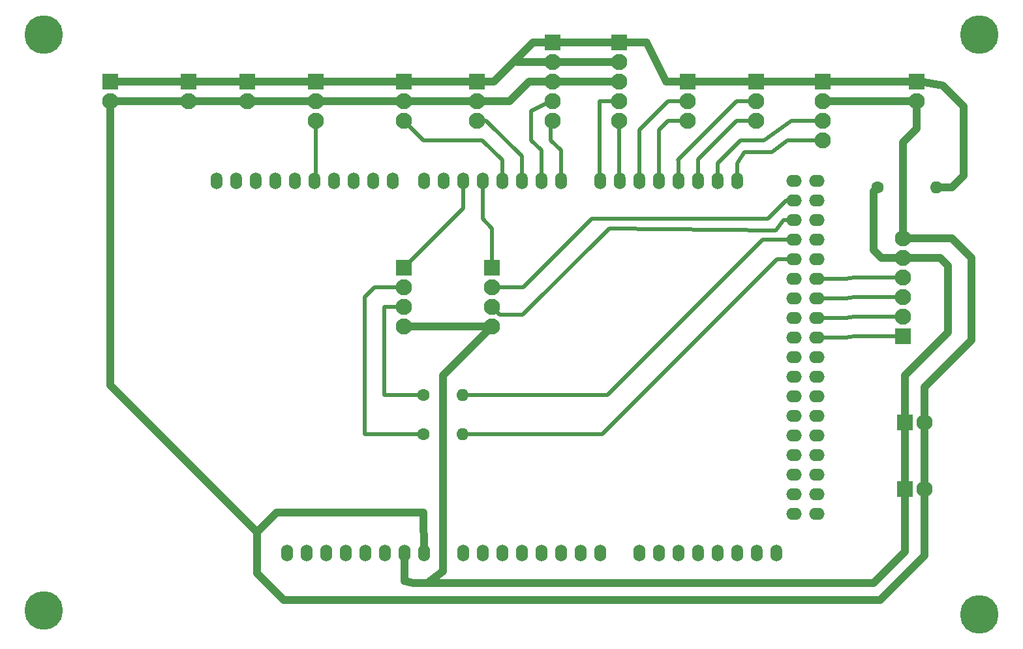
<source format=gbl>
G04 #@! TF.GenerationSoftware,KiCad,Pcbnew,(5.1.6)-1*
G04 #@! TF.CreationDate,2020-09-10T09:03:44+05:30*
G04 #@! TF.ProjectId,PCB board,50434220-626f-4617-9264-2e6b69636164,rev?*
G04 #@! TF.SameCoordinates,Original*
G04 #@! TF.FileFunction,Copper,L2,Bot*
G04 #@! TF.FilePolarity,Positive*
%FSLAX46Y46*%
G04 Gerber Fmt 4.6, Leading zero omitted, Abs format (unit mm)*
G04 Created by KiCad (PCBNEW (5.1.6)-1) date 2020-09-10 09:03:44*
%MOMM*%
%LPD*%
G01*
G04 APERTURE LIST*
G04 #@! TA.AperFunction,ComponentPad*
%ADD10C,5.000000*%
G04 #@! TD*
G04 #@! TA.AperFunction,ComponentPad*
%ADD11O,1.600000X1.600000*%
G04 #@! TD*
G04 #@! TA.AperFunction,ComponentPad*
%ADD12C,1.600000*%
G04 #@! TD*
G04 #@! TA.AperFunction,ComponentPad*
%ADD13R,2.100000X2.100000*%
G04 #@! TD*
G04 #@! TA.AperFunction,ComponentPad*
%ADD14C,2.100000*%
G04 #@! TD*
G04 #@! TA.AperFunction,ComponentPad*
%ADD15O,1.524000X2.197100*%
G04 #@! TD*
G04 #@! TA.AperFunction,ComponentPad*
%ADD16O,1.998980X1.539240*%
G04 #@! TD*
G04 #@! TA.AperFunction,ComponentPad*
%ADD17O,1.998980X1.536700*%
G04 #@! TD*
G04 #@! TA.AperFunction,ComponentPad*
%ADD18O,1.524000X2.199640*%
G04 #@! TD*
G04 #@! TA.AperFunction,Conductor*
%ADD19C,1.000000*%
G04 #@! TD*
G04 #@! TA.AperFunction,Conductor*
%ADD20C,0.500000*%
G04 #@! TD*
G04 APERTURE END LIST*
D10*
X92964000Y-52324000D03*
X92964000Y-127000000D03*
X214376000Y-127508000D03*
X214376000Y-52324000D03*
D11*
X208788000Y-72136000D03*
D12*
X201168000Y-72136000D03*
D13*
X204724000Y-102616000D03*
D14*
X207264000Y-102616000D03*
X207264000Y-111252000D03*
D13*
X204724000Y-111252000D03*
D15*
X115376001Y-71310501D03*
X117916001Y-71310501D03*
X120456001Y-71310501D03*
X122996001Y-71310501D03*
X125536001Y-71310501D03*
X128076001Y-71310501D03*
X130616001Y-71310501D03*
X133156001Y-71310501D03*
X135696001Y-71310501D03*
X138236001Y-71310501D03*
X142300001Y-71310501D03*
X144840001Y-71310501D03*
X147380001Y-71310501D03*
X149920001Y-71310501D03*
X152460001Y-71310501D03*
X155000001Y-71310501D03*
X157540001Y-71310501D03*
X160080001Y-71310501D03*
X165160001Y-71310501D03*
X167700001Y-71310501D03*
X170240001Y-71310501D03*
X172780001Y-71310501D03*
X175320001Y-71310501D03*
X177860001Y-71310501D03*
X180400001Y-71310501D03*
X182940001Y-71310501D03*
D16*
X190311081Y-86550501D03*
X190311081Y-89090501D03*
X190311081Y-91630501D03*
X190311081Y-94170501D03*
X190311081Y-96710501D03*
X190311081Y-99250501D03*
X190311081Y-101790501D03*
X190311081Y-104330501D03*
D17*
X193346381Y-111950501D03*
X193346381Y-114490501D03*
D16*
X190311081Y-71310501D03*
X190311081Y-73850501D03*
X190311081Y-76390501D03*
X190311081Y-78930501D03*
X190311081Y-81470501D03*
X190311081Y-84010501D03*
D17*
X193346381Y-91630501D03*
X193346381Y-94170501D03*
X193346381Y-96710501D03*
X193346381Y-99250501D03*
X193346381Y-101790501D03*
X193346381Y-104330501D03*
X193346381Y-106870501D03*
X193346381Y-109410501D03*
D15*
X185480001Y-119570501D03*
X182940001Y-119570501D03*
X180400001Y-119570501D03*
X177860001Y-119570501D03*
D18*
X175320001Y-119570501D03*
X172780001Y-119570501D03*
X170240001Y-119570501D03*
X165160001Y-119570501D03*
X129600001Y-119570501D03*
X127060001Y-119570501D03*
X124520001Y-119570501D03*
X139760001Y-119570501D03*
X137220001Y-119570501D03*
X134680001Y-119570501D03*
X132140001Y-119570501D03*
X162620001Y-119570501D03*
X160080001Y-119570501D03*
X157540001Y-119570501D03*
X155000001Y-119570501D03*
X152460001Y-119570501D03*
X149920001Y-119570501D03*
X147380001Y-119570501D03*
X142300001Y-119570501D03*
D17*
X193346381Y-71310501D03*
X193346381Y-73850501D03*
X193346381Y-76390501D03*
X193346381Y-78930501D03*
X193346381Y-81470501D03*
X193346381Y-84010501D03*
X193346381Y-86550501D03*
X193346381Y-89090501D03*
D16*
X190311081Y-106870501D03*
X190311081Y-109410501D03*
X190311081Y-111950501D03*
X190311081Y-114490501D03*
D15*
X188020001Y-119570501D03*
D11*
X147320000Y-104140000D03*
D12*
X142240000Y-104140000D03*
D11*
X147320000Y-99060000D03*
D12*
X142240000Y-99060000D03*
D13*
X176530000Y-58420000D03*
D14*
X176530000Y-60960000D03*
X176530000Y-63500000D03*
X149225000Y-63500000D03*
X149225000Y-60960000D03*
D13*
X149225000Y-58420000D03*
D14*
X139700000Y-63500000D03*
X139700000Y-60960000D03*
D13*
X139700000Y-58420000D03*
X101600000Y-58420000D03*
D14*
X101600000Y-60960000D03*
X128270000Y-63500000D03*
X128270000Y-60960000D03*
D13*
X128270000Y-58420000D03*
X111760000Y-58420000D03*
D14*
X111760000Y-60960000D03*
D13*
X119380000Y-58420000D03*
D14*
X119380000Y-60960000D03*
X151130000Y-90170000D03*
X151130000Y-87630000D03*
X151130000Y-85090000D03*
D13*
X151130000Y-82550000D03*
X139700000Y-82550000D03*
D14*
X139700000Y-85090000D03*
X139700000Y-87630000D03*
X139700000Y-90170000D03*
D13*
X204470000Y-91440000D03*
D14*
X204470000Y-88900000D03*
X204470000Y-86360000D03*
X204470000Y-83820000D03*
X204470000Y-81280000D03*
X204470000Y-78740000D03*
D13*
X185420000Y-58420000D03*
D14*
X185420000Y-60960000D03*
X185420000Y-63500000D03*
D13*
X194056000Y-58420000D03*
D14*
X194056000Y-60960000D03*
X194056000Y-63500000D03*
X194056000Y-66040000D03*
D13*
X206248000Y-58420000D03*
D14*
X206248000Y-60960000D03*
D13*
X159004000Y-53340000D03*
D14*
X159004000Y-55880000D03*
X159004000Y-58420000D03*
X159004000Y-60960000D03*
X159004000Y-63500000D03*
D13*
X167640000Y-53340000D03*
D14*
X167640000Y-55880000D03*
X167640000Y-58420000D03*
X167640000Y-60960000D03*
X167640000Y-63500000D03*
D19*
X209608002Y-58928000D02*
X206756000Y-58420000D01*
X212344000Y-61663998D02*
X209608002Y-58928000D01*
X212344000Y-70612000D02*
X212344000Y-61663998D01*
X208788000Y-72136000D02*
X210820000Y-72136000D01*
X210820000Y-72136000D02*
X212344000Y-70612000D01*
X101600000Y-58420000D02*
X111760000Y-58420000D01*
X111760000Y-58420000D02*
X128270000Y-58420000D01*
X151130000Y-90170000D02*
X139700000Y-90170000D01*
X176530000Y-58420000D02*
X185420000Y-58420000D01*
X139700000Y-58420000D02*
X128270000Y-58420000D01*
X139700000Y-58420000D02*
X149225000Y-58420000D01*
X149225000Y-58420000D02*
X151384000Y-58420000D01*
X156464000Y-53340000D02*
X159004000Y-53340000D01*
X154432000Y-55880000D02*
X154178000Y-55626000D01*
X151384000Y-58420000D02*
X154178000Y-55626000D01*
X159004000Y-55880000D02*
X154432000Y-55880000D01*
X154178000Y-55626000D02*
X156464000Y-53340000D01*
X173736000Y-58420000D02*
X176530000Y-58420000D01*
X159004000Y-53340000D02*
X171196000Y-53340000D01*
X171196000Y-53340000D02*
X173736000Y-58420000D01*
X159004000Y-55880000D02*
X167640000Y-55880000D01*
X139760001Y-123250001D02*
X139760001Y-119570501D01*
X144780000Y-96520000D02*
X144780000Y-121920000D01*
X151130000Y-90170000D02*
X144780000Y-96520000D01*
X144780000Y-121920000D02*
X142748000Y-123444000D01*
X142748000Y-123444000D02*
X140970000Y-123444000D01*
X140970000Y-123444000D02*
X139760001Y-123250001D01*
X204470000Y-81280000D02*
X209296000Y-81280000D01*
X209296000Y-81280000D02*
X210312000Y-82296000D01*
X210312000Y-82296000D02*
X210312000Y-90932000D01*
X204724000Y-96520000D02*
X204724000Y-102616000D01*
X210312000Y-90932000D02*
X204724000Y-96520000D01*
X204724000Y-102616000D02*
X204724000Y-111252000D01*
X204724000Y-111252000D02*
X204724000Y-119380000D01*
X200660000Y-123444000D02*
X142748000Y-123444000D01*
X204724000Y-119380000D02*
X200660000Y-123444000D01*
X204470000Y-81280000D02*
X201676000Y-81280000D01*
X201676000Y-81280000D02*
X200660000Y-80264000D01*
X200660000Y-80264000D02*
X200660000Y-72644000D01*
X185420000Y-58420000D02*
X194056000Y-58420000D01*
X205436233Y-58420000D02*
X205558963Y-58297270D01*
X194056000Y-58420000D02*
X205436233Y-58420000D01*
X101600000Y-60960000D02*
X111760000Y-60960000D01*
X111760000Y-60960000D02*
X128270000Y-60960000D01*
X120650000Y-116840000D02*
X123190000Y-114300000D01*
X123190000Y-114300000D02*
X142240000Y-114300000D01*
X142240000Y-114300000D02*
X142300001Y-119570501D01*
X101600000Y-97790000D02*
X120650000Y-116840000D01*
X101600000Y-60960000D02*
X101600000Y-97790000D01*
X139700000Y-60960000D02*
X128270000Y-60960000D01*
X139700000Y-60960000D02*
X149225000Y-60960000D01*
X210820000Y-78740000D02*
X204470000Y-78740000D01*
X213360000Y-81280000D02*
X210820000Y-78740000D01*
X149225000Y-60960000D02*
X153416000Y-60960000D01*
X155956000Y-58420000D02*
X159004000Y-58420000D01*
X153416000Y-60960000D02*
X155956000Y-58420000D01*
X159004000Y-58420000D02*
X167640000Y-58420000D01*
X213360000Y-81280000D02*
X213360000Y-91948000D01*
X207264000Y-98044000D02*
X207264000Y-102616000D01*
X213360000Y-91948000D02*
X207264000Y-98044000D01*
X207264000Y-102616000D02*
X207264000Y-111252000D01*
X120650000Y-122174000D02*
X120650000Y-116840000D01*
X124136010Y-125660010D02*
X120650000Y-122174000D01*
X201491990Y-125660010D02*
X124136010Y-125660010D01*
X207264000Y-111252000D02*
X207264000Y-119888000D01*
X207264000Y-119888000D02*
X201491990Y-125660010D01*
X204470000Y-78740000D02*
X204470000Y-66294000D01*
X206248000Y-64516000D02*
X206248000Y-60960000D01*
X204470000Y-66294000D02*
X206248000Y-64516000D01*
X206248000Y-60960000D02*
X194056000Y-60960000D01*
D20*
X128270000Y-71116502D02*
X128076001Y-71310501D01*
X128270000Y-63500000D02*
X128270000Y-71116502D01*
X157249999Y-71020499D02*
X157540001Y-71310501D01*
X157540001Y-67370001D02*
X157540001Y-71310501D01*
X158750000Y-60960000D02*
X156210000Y-62230000D01*
X156210000Y-66040000D02*
X157540001Y-67370001D01*
X156210000Y-62230000D02*
X156210000Y-66040000D01*
X176530000Y-60960000D02*
X173990000Y-60960000D01*
X170240001Y-64709999D02*
X170240001Y-71310501D01*
X173990000Y-60960000D02*
X170240001Y-64709999D01*
X165100000Y-69807941D02*
X165160001Y-71310501D01*
X167640000Y-60960000D02*
X165100000Y-60960000D01*
X165100000Y-60960000D02*
X165100000Y-69807941D01*
X167640000Y-71250500D02*
X167700001Y-71310501D01*
X167640000Y-63500000D02*
X167640000Y-71250500D01*
X176530000Y-63500000D02*
X173990000Y-63500000D01*
X172780001Y-64709999D02*
X172780001Y-71310501D01*
X173990000Y-63500000D02*
X172780001Y-64709999D01*
X160080001Y-67310000D02*
X160080001Y-71310501D01*
X158750000Y-63500000D02*
X158750000Y-66040000D01*
X158750000Y-66040000D02*
X160080001Y-67310000D01*
X164084000Y-76200000D02*
X155194000Y-85090000D01*
X155194000Y-85090000D02*
X151130000Y-85090000D01*
X186944000Y-76200000D02*
X164084000Y-76200000D01*
X190560001Y-73850501D02*
X189293499Y-73850501D01*
X189293499Y-73850501D02*
X186944000Y-76200000D01*
X188976000Y-76390501D02*
X190560001Y-76390501D01*
X151130000Y-87630000D02*
X152179999Y-88679999D01*
X152179999Y-88679999D02*
X155160001Y-88679999D01*
X155160001Y-88679999D02*
X166370000Y-77470000D01*
X166370000Y-77470000D02*
X187960000Y-77724000D01*
X187960000Y-77724000D02*
X188976000Y-76390501D01*
X155000001Y-71310501D02*
X155000001Y-68132001D01*
X150368000Y-63500000D02*
X149225000Y-63500000D01*
X155000001Y-68132001D02*
X150368000Y-63500000D01*
X204470000Y-86360000D02*
X198120000Y-86360000D01*
X197040501Y-86550501D02*
X193100001Y-86550501D01*
X198120000Y-86360000D02*
X197040501Y-86550501D01*
X204470000Y-88900000D02*
X198120000Y-88900000D01*
X197040501Y-89090501D02*
X193100001Y-89090501D01*
X198120000Y-88900000D02*
X197040501Y-89090501D01*
X204470000Y-91440000D02*
X198120000Y-91440000D01*
X197040501Y-91630501D02*
X193100001Y-91630501D01*
X198120000Y-91440000D02*
X197040501Y-91630501D01*
X152460001Y-71310501D02*
X152460001Y-68640001D01*
X152460001Y-68640001D02*
X149860000Y-66040000D01*
X142240000Y-66040000D02*
X139700000Y-63500000D01*
X149860000Y-66040000D02*
X142240000Y-66040000D01*
X204470000Y-83820000D02*
X198120000Y-83820000D01*
X197040501Y-84010501D02*
X193100001Y-84010501D01*
X198120000Y-83820000D02*
X197040501Y-84010501D01*
X147380001Y-74869999D02*
X147380001Y-71310501D01*
X139700000Y-82550000D02*
X147380001Y-74869999D01*
X139700000Y-87630000D02*
X137160000Y-87630000D01*
X137160000Y-87630000D02*
X137160000Y-99060000D01*
X137160000Y-99060000D02*
X140970000Y-99060000D01*
X140970000Y-99060000D02*
X142240000Y-99060000D01*
X190560001Y-78930501D02*
X186245499Y-78930501D01*
X186245499Y-78930501D02*
X166116000Y-99060000D01*
X166116000Y-99060000D02*
X147320000Y-99060000D01*
X190560001Y-81470501D02*
X188150501Y-81470501D01*
X188150501Y-81470501D02*
X165481002Y-104140000D01*
X165481002Y-104140000D02*
X148590000Y-104140000D01*
X137160000Y-104140000D02*
X139700000Y-104140000D01*
X134620000Y-104140000D02*
X137160000Y-104140000D01*
X134620000Y-86360000D02*
X134620000Y-104140000D01*
X139700000Y-85090000D02*
X135890000Y-85090000D01*
X135890000Y-85090000D02*
X134620000Y-86360000D01*
X139700000Y-104140000D02*
X140970000Y-104140000D01*
X148590000Y-104140000D02*
X147320000Y-104140000D01*
X140970000Y-104140000D02*
X142240000Y-104140000D01*
X151130000Y-82550000D02*
X151130000Y-77470000D01*
X149920001Y-76260001D02*
X149920001Y-71310501D01*
X151130000Y-77470000D02*
X149920001Y-76260001D01*
X185420000Y-63500000D02*
X182880000Y-63500000D01*
X177860001Y-68519999D02*
X177860001Y-71310501D01*
X182880000Y-63500000D02*
X177860001Y-68519999D01*
X185420000Y-60960000D02*
X182880000Y-60960000D01*
X182880000Y-60960000D02*
X175260000Y-68580000D01*
X175320001Y-68640001D02*
X175320001Y-71310501D01*
X175260000Y-68580000D02*
X175320001Y-68640001D01*
X180400001Y-69027999D02*
X180400001Y-71310501D01*
X183388000Y-66040000D02*
X180400001Y-69027999D01*
X186436000Y-66040000D02*
X183388000Y-66040000D01*
X194056000Y-63500000D02*
X189992000Y-63500000D01*
X189992000Y-63500000D02*
X186436000Y-66040000D01*
X182940001Y-69027999D02*
X182940001Y-71310501D01*
X183896000Y-67564000D02*
X182940001Y-69027999D01*
X187452000Y-67564000D02*
X183896000Y-67564000D01*
X194056000Y-66040000D02*
X189484000Y-66040000D01*
X189484000Y-66040000D02*
X187452000Y-67564000D01*
M02*

</source>
